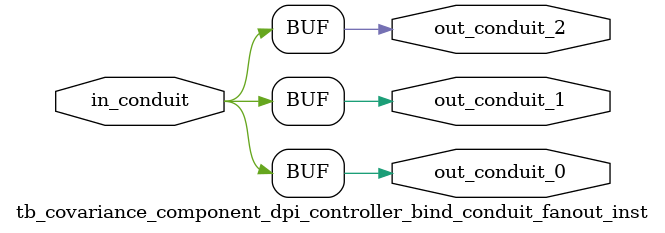
<source format=sv>


 


// --------------------------------------------------------------------------------
//| Avalon Conduit Fan-Out
// --------------------------------------------------------------------------------

// ------------------------------------------
// Generation parameters:
//   output_name:       tb_covariance_component_dpi_controller_bind_conduit_fanout_inst
//   numFanOut:         3
//   
// ------------------------------------------

module tb_covariance_component_dpi_controller_bind_conduit_fanout_inst (     

// Interface: out_conduit_0
 output                    out_conduit_0,
// Interface: out_conduit_1
 output                    out_conduit_1,
// Interface: out_conduit_2
 output                    out_conduit_2,

// Interface: in_conduit
 input                   in_conduit

);

   assign  out_conduit_0 = in_conduit;
   assign  out_conduit_1 = in_conduit;
   assign  out_conduit_2 = in_conduit;

endmodule //


</source>
